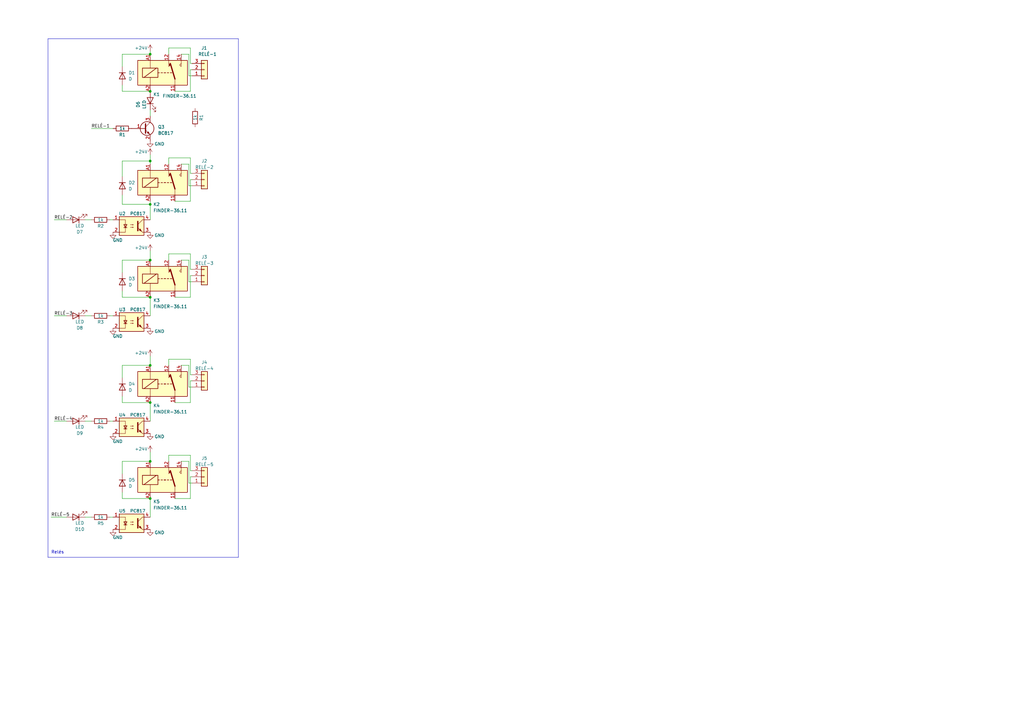
<source format=kicad_sch>
(kicad_sch (version 20230121) (generator eeschema)
  (paper "A3")
  (lib_symbols
    (symbol "Connector_Generic:Conn_01x03" (pin_names (offset 1.016) hide)
      (property "Reference" "J" (at 0 5.08 0))
      (property "Value" "Conn_01x03" (at 0 -5.08 0))
      (symbol "Conn_01x03_1_1"
        (rectangle (start -1.27 -2.413) (end 0 -2.667) (stroke (width 0.1524)))
        (rectangle (start -1.27 0.127) (end 0 -0.127) (stroke (width 0.1524)))
        (rectangle (start -1.27 2.667) (end 0 2.413) (stroke (width 0.1524)))
        (rectangle (start -1.27 3.81) (end 1.27 -3.81) (stroke (width 0.254)) (fill (type background)))
        (pin passive line (at -5.08 2.54 0) (length 3.81) (name "Pin_1") (number "1"))
        (pin passive line (at -5.08 0 0) (length 3.81) (name "Pin_2") (number "2"))
        (pin passive line (at -5.08 -2.54 0) (length 3.81) (name "Pin_3") (number "3"))
      )
    )
    (symbol "Device:D" (pin_numbers hide) (pin_names (offset 1.016) hide)
      (property "Reference" "D" (at 0 2.54 0))
      (property "Value" "D" (at 0 -2.54 0))
      (symbol "D_0_1"
        (polyline (pts (xy -1.27 1.27) (xy -1.27 -1.27)) (stroke (width 0.254)))
        (polyline (pts (xy 1.27 0) (xy -1.27 0)))
        (polyline (pts (xy 1.27 1.27) (xy 1.27 -1.27) (xy -1.27 0) (xy 1.27 1.27)) (stroke (width 0.254)))
      )
      (symbol "D_1_1"
        (pin passive line (at -3.81 0 0) (length 2.54) (name "K") (number "1"))
        (pin passive line (at 3.81 0 180) (length 2.54) (name "A") (number "2"))
      )
    )
    (symbol "Device:LED" (pin_numbers hide) (pin_names (offset 1.016) hide)
      (property "Reference" "D" (at 0 2.54 0))
      (property "Value" "LED" (at 0 -2.54 0))
      (symbol "LED_0_1"
        (polyline (pts (xy -1.27 -1.27) (xy -1.27 1.27)) (stroke (width 0.254)))
        (polyline (pts (xy -1.27 0) (xy 1.27 0)))
        (polyline (pts (xy 1.27 -1.27) (xy 1.27 1.27) (xy -1.27 0) (xy 1.27 -1.27)) (stroke (width 0.254)))
        (polyline (pts (xy -3.048 -0.762) (xy -4.572 -2.286) (xy -3.81 -2.286) (xy -4.572 -2.286) (xy -4.572 -1.524)))
        (polyline (pts (xy -1.778 -0.762) (xy -3.302 -2.286) (xy -2.54 -2.286) (xy -3.302 -2.286) (xy -3.302 -1.524)))
      )
      (symbol "LED_1_1"
        (pin passive line (at -3.81 0 0) (length 2.54) (name "K") (number "1"))
        (pin passive line (at 3.81 0 180) (length 2.54) (name "A") (number "2"))
      )
    )
    (symbol "Device:R" (pin_numbers hide) (pin_names (offset 0))
      (property "Reference" "R" (at 2.032 0 90))
      (property "Value" "R" (at 0 0 90))
      (symbol "R_0_1"
        (rectangle (start -1.016 -2.54) (end 1.016 2.54) (stroke (width 0.254)))
      )
      (symbol "R_1_1"
        (pin passive line (at 0 3.81 270) (length 1.27) (name "~") (number "1"))
        (pin passive line (at 0 -3.81 90) (length 1.27) (name "~") (number "2"))
      )
    )
    (symbol "Industronic_v_0.1-rescue:GND-power" (power) (pin_names (offset 0))
      (property "Value" "GND-power" (at 0 -3.81 0))
      (symbol "GND-power_0_1"
        (polyline (pts (xy 0 0) (xy 0 -1.27) (xy 1.27 -1.27) (xy 0 -2.54) (xy -1.27 -1.27) (xy 0 -1.27)))
      )
      (symbol "GND-power_1_1"
        (pin power_in line (at 0 0 270) (length 0) hide (name "GND") (number "1"))
      )
    )
    (symbol "Isolator:PC817" (pin_names (offset 1.016))
      (property "Reference" "U" (at -5.08 5.08 0))
      (property "Value" "PC817" (at 0 5.08 0))
      (symbol "PC817_0_1"
        (rectangle (start -5.08 3.81) (end 5.08 -3.81) (stroke (width 0.254)) (fill (type background)))
        (polyline (pts (xy -3.175 -0.635) (xy -1.905 -0.635)) (stroke (width 0.254)))
        (polyline (pts (xy 2.54 0.635) (xy 4.445 2.54)))
        (polyline (pts (xy 4.445 -2.54) (xy 2.54 -0.635)) (fill (type outline)))
        (polyline (pts (xy 4.445 -2.54) (xy 5.08 -2.54)))
        (polyline (pts (xy 4.445 2.54) (xy 5.08 2.54)))
        (polyline (pts (xy -5.08 2.54) (xy -2.54 2.54) (xy -2.54 -0.635)))
        (polyline (pts (xy -2.54 -0.635) (xy -2.54 -2.54) (xy -5.08 -2.54)))
        (polyline (pts (xy 2.54 1.905) (xy 2.54 -1.905) (xy 2.54 -1.905)) (stroke (width 0.508)))
        (polyline (pts (xy -2.54 -0.635) (xy -3.175 0.635) (xy -1.905 0.635) (xy -2.54 -0.635)) (stroke (width 0.254)))
        (polyline (pts (xy -0.508 -0.508) (xy 0.762 -0.508) (xy 0.381 -0.635) (xy 0.381 -0.381) (xy 0.762 -0.508)))
        (polyline (pts (xy -0.508 0.508) (xy 0.762 0.508) (xy 0.381 0.381) (xy 0.381 0.635) (xy 0.762 0.508)))
        (polyline (pts (xy 3.048 -1.651) (xy 3.556 -1.143) (xy 4.064 -2.159) (xy 3.048 -1.651) (xy 3.048 -1.651)) (fill (type outline)))
      )
      (symbol "PC817_1_1"
        (pin passive line (at -7.62 2.54 0) (length 2.54) (name "~") (number "1"))
        (pin passive line (at -7.62 -2.54 0) (length 2.54) (name "~") (number "2"))
        (pin passive line (at 7.62 -2.54 180) (length 2.54) (name "~") (number "3"))
        (pin passive line (at 7.62 2.54 180) (length 2.54) (name "~") (number "4"))
      )
    )
    (symbol "Relay:FINDER-36.11"
      (property "Reference" "K" (at 11.43 3.81 0))
      (property "Value" "FINDER-36.11" (at 11.43 1.27 0))
      (symbol "FINDER-36.11_0_0"
        (polyline (pts (xy 2.54 3.81) (xy 2.54 5.08)))
        (polyline (pts (xy 7.62 3.81) (xy 7.62 5.08)))
        (polyline (pts (xy 7.62 3.81) (xy 7.62 2.54) (xy 6.985 3.175) (xy 7.62 3.81)))
      )
      (symbol "FINDER-36.11_0_1"
        (rectangle (start -10.16 5.08) (end 10.16 -5.08) (stroke (width 0.254)) (fill (type background)))
        (rectangle (start -8.255 1.905) (end -1.905 -1.905) (stroke (width 0.254)))
        (polyline (pts (xy -7.62 -1.905) (xy -2.54 1.905)) (stroke (width 0.254)))
        (polyline (pts (xy -5.08 -5.08) (xy -5.08 -1.905)))
        (polyline (pts (xy -5.08 5.08) (xy -5.08 1.905)))
        (polyline (pts (xy -1.905 0) (xy -1.27 0)) (stroke (width 0.254)))
        (polyline (pts (xy -0.635 0) (xy 0 0)) (stroke (width 0.254)))
        (polyline (pts (xy 0.635 0) (xy 1.27 0)) (stroke (width 0.254)))
        (polyline (pts (xy 0.635 0) (xy 1.27 0)) (stroke (width 0.254)))
        (polyline (pts (xy 1.905 0) (xy 2.54 0)) (stroke (width 0.254)))
        (polyline (pts (xy 3.175 0) (xy 3.81 0)) (stroke (width 0.254)))
        (polyline (pts (xy 5.08 -2.54) (xy 3.175 3.81)) (stroke (width 0.508)))
        (polyline (pts (xy 5.08 -2.54) (xy 5.08 -5.08)))
        (polyline (pts (xy 2.54 2.54) (xy 3.175 3.175) (xy 2.54 3.81)) (fill (type outline)))
      )
      (symbol "FINDER-36.11_1_1"
        (pin passive line (at 5.08 -7.62 90) (length 2.54) (name "~") (number "11"))
        (pin passive line (at 2.54 7.62 270) (length 2.54) (name "~") (number "12"))
        (pin passive line (at 7.62 7.62 270) (length 2.54) (name "~") (number "14"))
        (pin passive line (at -5.08 7.62 270) (length 2.54) (name "~") (number "A1"))
        (pin passive line (at -5.08 -7.62 90) (length 2.54) (name "~") (number "A2"))
      )
    )
    (symbol "Transistor_BJT:BC817" (pin_names (offset 0) hide)
      (property "Reference" "Q" (at 5.08 1.905 0))
      (property "Value" "BC817" (at 5.08 0 0))
      (symbol "BC817_0_1"
        (polyline (pts (xy 0.635 0.635) (xy 2.54 2.54)))
        (polyline (pts (xy 0.635 -0.635) (xy 2.54 -2.54) (xy 2.54 -2.54)))
        (polyline (pts (xy 0.635 1.905) (xy 0.635 -1.905) (xy 0.635 -1.905)) (stroke (width 0.508)))
        (polyline (pts (xy 1.27 -1.778) (xy 1.778 -1.27) (xy 2.286 -2.286) (xy 1.27 -1.778) (xy 1.27 -1.778)) (fill (type outline)))
        (circle (center 1.27 0) (radius 2.8194) (stroke (width 0.254)))
      )
      (symbol "BC817_1_1"
        (pin input line (at -5.08 0 0) (length 5.715) (name "B") (number "1"))
        (pin passive line (at 2.54 -5.08 90) (length 2.54) (name "E") (number "2"))
        (pin passive line (at 2.54 5.08 270) (length 2.54) (name "C") (number "3"))
      )
    )
    (symbol "power:+24V" (power) (pin_names (offset 0))
      (property "Value" "+24V" (at 0 3.556 0))
      (symbol "+24V_0_1"
        (polyline (pts (xy -0.762 1.27) (xy 0 2.54)))
        (polyline (pts (xy 0 0) (xy 0 2.54)))
        (polyline (pts (xy 0 2.54) (xy 0.762 1.27)))
      )
      (symbol "+24V_1_1"
        (pin power_in line (at 0 0 90) (length 0) hide (name "+24V") (number "1"))
      )
    )
    (symbol "power:GND" (power) (pin_names (offset 0))
      (property "Value" "GND" (at 0 -3.81 0))
      (symbol "GND_0_1"
        (polyline (pts (xy 0 0) (xy 0 -1.27) (xy 1.27 -1.27) (xy 0 -2.54) (xy -1.27 -1.27) (xy 0 -1.27)))
      )
      (symbol "GND_1_1"
        (pin power_in line (at 0 0 270) (length 0) hide (name "GND") (number "1"))
      )
    )
  )
  (junction (at 61.595 149.86))
  (junction (at 61.595 22.225))
  (junction (at 61.595 189.23))
  (junction (at 61.595 37.465))
  (junction (at 61.595 165.1))
  (junction (at 61.595 204.47))
  (junction (at 61.595 121.92))
  (junction (at 61.595 83.82))
  (junction (at 61.595 66.04))
  (junction (at 61.595 106.68))
  (wire (pts (xy 50.165 204.47) (xy 61.595 204.47)))
  (wire (pts (xy 77.47 149.86) (xy 77.47 158.75)))
  (wire (pts (xy 22.225 129.54) (xy 27.305 129.54)))
  (wire (pts (xy 69.215 19.685) (xy 78.105 19.685)))
  (wire (pts (xy 45.085 129.54) (xy 46.355 129.54)))
  (wire (pts (xy 61.595 185.42) (xy 61.595 189.23)))
  (wire (pts (xy 77.47 22.225) (xy 77.47 31.115)))
  (wire (pts (xy 78.105 82.55) (xy 78.105 73.66)))
  (wire (pts (xy 78.105 26.035) (xy 78.74 26.035)))
  (wire (pts (xy 78.105 110.49) (xy 78.74 110.49)))
  (wire (pts (xy 78.105 19.685) (xy 78.105 26.035)))
  (wire (pts (xy 50.165 72.39) (xy 50.165 66.04)))
  (wire (pts (xy 45.085 172.72) (xy 46.355 172.72)))
  (wire (pts (xy 50.165 27.305) (xy 50.165 22.225)))
  (wire (pts (xy 61.595 20.955) (xy 61.595 22.225)))
  (wire (pts (xy 69.215 104.14) (xy 78.105 104.14)))
  (wire (pts (xy 37.465 90.17) (xy 34.925 90.17)))
  (polyline (pts (xy 97.79 15.875) (xy 97.79 228.6)))
  (wire (pts (xy 69.215 189.23) (xy 69.215 186.69)))
  (wire (pts (xy 78.105 195.58) (xy 78.74 195.58)))
  (wire (pts (xy 71.755 82.55) (xy 78.105 82.55)))
  (wire (pts (xy 37.465 172.72) (xy 34.925 172.72)))
  (wire (pts (xy 78.105 156.21) (xy 78.74 156.21)))
  (wire (pts (xy 77.47 115.57) (xy 78.74 115.57)))
  (wire (pts (xy 50.165 37.465) (xy 61.595 37.465)))
  (wire (pts (xy 69.215 186.69) (xy 78.105 186.69)))
  (wire (pts (xy 78.105 71.12) (xy 78.74 71.12)))
  (wire (pts (xy 78.105 186.69) (xy 78.105 193.04)))
  (wire (pts (xy 69.215 64.77) (xy 78.105 64.77)))
  (wire (pts (xy 71.755 204.47) (xy 78.105 204.47)))
  (wire (pts (xy 61.595 63.5) (xy 61.595 66.04)))
  (wire (pts (xy 50.165 119.38) (xy 50.165 121.92)))
  (wire (pts (xy 22.225 90.17) (xy 27.305 90.17)))
  (wire (pts (xy 61.595 66.04) (xy 61.595 67.31)))
  (wire (pts (xy 50.165 22.225) (xy 61.595 22.225)))
  (wire (pts (xy 50.165 165.1) (xy 61.595 165.1)))
  (wire (pts (xy 77.47 106.68) (xy 77.47 115.57)))
  (wire (pts (xy 61.595 83.82) (xy 61.595 90.17)))
  (wire (pts (xy 77.47 198.12) (xy 78.74 198.12)))
  (wire (pts (xy 77.47 158.75) (xy 78.74 158.75)))
  (wire (pts (xy 37.465 129.54) (xy 34.925 129.54)))
  (wire (pts (xy 50.165 111.76) (xy 50.165 106.68)))
  (wire (pts (xy 69.215 147.32) (xy 78.105 147.32)))
  (polyline (pts (xy 97.79 228.6) (xy 19.685 228.6)))
  (wire (pts (xy 61.595 146.05) (xy 61.595 149.86)))
  (wire (pts (xy 74.295 67.31) (xy 77.47 67.31)))
  (wire (pts (xy 50.165 154.94) (xy 50.165 149.86)))
  (wire (pts (xy 50.165 80.01) (xy 50.165 83.82)))
  (wire (pts (xy 22.225 172.72) (xy 27.305 172.72)))
  (wire (pts (xy 37.465 212.09) (xy 34.925 212.09)))
  (polyline (pts (xy 19.685 228.6) (xy 19.685 15.875)))
  (wire (pts (xy 61.595 121.92) (xy 61.595 129.54)))
  (wire (pts (xy 50.165 162.56) (xy 50.165 165.1)))
  (wire (pts (xy 61.595 83.82) (xy 61.595 82.55)))
  (wire (pts (xy 78.105 73.66) (xy 78.74 73.66)))
  (wire (pts (xy 50.165 201.93) (xy 50.165 204.47)))
  (wire (pts (xy 37.465 52.705) (xy 46.355 52.705)))
  (wire (pts (xy 78.105 153.67) (xy 78.74 153.67)))
  (wire (pts (xy 50.165 149.86) (xy 61.595 149.86)))
  (wire (pts (xy 78.105 28.575) (xy 78.74 28.575)))
  (wire (pts (xy 78.105 64.77) (xy 78.105 71.12)))
  (wire (pts (xy 78.105 121.92) (xy 78.105 113.03)))
  (wire (pts (xy 50.165 66.04) (xy 61.595 66.04)))
  (wire (pts (xy 50.165 34.925) (xy 50.165 37.465)))
  (wire (pts (xy 78.105 104.14) (xy 78.105 110.49)))
  (wire (pts (xy 74.295 149.86) (xy 77.47 149.86)))
  (wire (pts (xy 77.47 67.31) (xy 77.47 76.2)))
  (wire (pts (xy 74.295 22.225) (xy 77.47 22.225)))
  (wire (pts (xy 61.595 204.47) (xy 61.595 212.09)))
  (wire (pts (xy 50.165 189.23) (xy 61.595 189.23)))
  (wire (pts (xy 50.165 106.68) (xy 61.595 106.68)))
  (wire (pts (xy 45.085 90.17) (xy 46.355 90.17)))
  (wire (pts (xy 50.165 83.82) (xy 61.595 83.82)))
  (wire (pts (xy 71.755 121.92) (xy 78.105 121.92)))
  (wire (pts (xy 74.295 106.68) (xy 77.47 106.68)))
  (wire (pts (xy 20.955 212.09) (xy 27.305 212.09)))
  (wire (pts (xy 69.215 106.68) (xy 69.215 104.14)))
  (wire (pts (xy 78.105 37.465) (xy 78.105 28.575)))
  (polyline (pts (xy 19.685 15.875) (xy 97.79 15.875)))
  (wire (pts (xy 78.105 204.47) (xy 78.105 195.58)))
  (wire (pts (xy 78.105 193.04) (xy 78.74 193.04)))
  (wire (pts (xy 61.595 102.87) (xy 61.595 106.68)))
  (wire (pts (xy 61.595 47.625) (xy 61.595 45.085)))
  (wire (pts (xy 69.215 67.31) (xy 69.215 64.77)))
  (wire (pts (xy 78.105 147.32) (xy 78.105 153.67)))
  (wire (pts (xy 78.105 165.1) (xy 78.105 156.21)))
  (wire (pts (xy 74.295 189.23) (xy 77.47 189.23)))
  (wire (pts (xy 77.47 189.23) (xy 77.47 198.12)))
  (wire (pts (xy 69.215 149.86) (xy 69.215 147.32)))
  (wire (pts (xy 77.47 76.2) (xy 78.74 76.2)))
  (wire (pts (xy 61.595 165.1) (xy 61.595 172.72)))
  (wire (pts (xy 71.755 165.1) (xy 78.105 165.1)))
  (wire (pts (xy 50.165 194.31) (xy 50.165 189.23)))
  (wire (pts (xy 69.215 22.225) (xy 69.215 19.685)))
  (wire (pts (xy 71.755 37.465) (xy 78.105 37.465)))
  (wire (pts (xy 78.105 113.03) (xy 78.74 113.03)))
  (wire (pts (xy 77.47 31.115) (xy 78.74 31.115)))
  (wire (pts (xy 50.165 121.92) (xy 61.595 121.92)))
  (wire (pts (xy 45.085 212.09) (xy 46.355 212.09)))
  (text "Relés" (at 20.955 227.33 0) (effects (font (size 1.27 1.27)) (justify left bottom)))
  (label "RELÉ-2" (at 22.225 90.17 0))
  (label "RELÉ-1" (at 37.465 52.705 0))
  (label "RELÉ-4" (at 22.225 172.72 0))
  (label "RELÉ-3" (at 22.225 129.54 0))
  (label "RELÉ-5" (at 20.955 212.09 0))
  (symbol (lib_id "Device:D") (at 50.165 31.115 270) (unit 1)
    (property "Reference" "D1" (at 52.705 29.8449 90) (effects (justify left)))
    (property "Value" "D" (at 52.705 32.3849 90) (effects (justify left)))
    (property "Footprint" "Diode_THT:D_A-405_P2.54mm_Vertical_KathodeUp" (effects hide))
    (instances (project "Controle_receptor" (path "" (reference "D1") (unit 1))) (project "Controlador-Compressor" (path "" (reference "D6") (unit 1)) (path "" (reference "D23") (unit 1)) (path "" (reference "D5") (unit 1))))
  )
  (symbol (lib_id "Connector_Generic:Conn_01x03") (at 83.82 28.575 0) (mirror x) (unit 1)
    (property "Reference" "J1" (at 82.55 19.685 0) (effects (justify left)))
    (property "Value" "RELÉ-1" (at 81.28 22.225 0) (effects (justify left)))
    (property "Footprint" "Connector_Phoenix_MSTB:PhoenixContact_MSTBA_2,5_3-G-5,08_1x03_P5.08mm_Horizontal" (effects hide))
    (instances (project "Controle_receptor" (path "" (reference "J1") (unit 1))) (project "Controlador-Compressor" (path "" (reference "J1") (unit 1)) (path "" (reference "J11") (unit 1)) (path "" (reference "J1") (unit 1))))
  )
  (symbol (lib_id "power:GND") (at 46.355 177.8 0) (mirror y) (unit 1)
    (property "Reference" "#PWR0125" (effects hide))
    (property "Value" "GND" (at 46.228 181.0512 0) (effects (justify right)))
    (instances (project "Controle_receptor" (path "" (reference "#PWR0125") (unit 1))) (project "Controlador-Compressor" (path "" (reference "#PWR04") (unit 1)) (path "" (reference "#PWR084") (unit 1)) (path "" (reference "#PWR03") (unit 1))))
  )
  (symbol (lib_id "Relay:FINDER-36.11") (at 66.675 29.845 0) (unit 1)
    (property "Reference" "K1" (at 62.865 38.735 0) (effects (justify left)))
    (property "Value" "FINDER-36.11" (at 66.675 39.37 0) (effects (justify left)))
    (property "Footprint" "Relay_THT:Relay_SPDT_Finder_36.11" (effects hide))
    (property "Datasheet" "https://gfinder.findernet.com/public/attachments/36/EN/S36EN.pdf" (effects hide))
    (instances (project "Controle_receptor" (path "" (reference "K1") (unit 1))) (project "Controlador-Compressor" (path "" (reference "K1") (unit 1)) (path "" (reference "K6") (unit 1)) (path "" (reference "K1") (unit 1))))
  )
  (symbol (lib_id "Device:D") (at 50.165 198.12 270) (unit 1)
    (property "Reference" "D5" (at 52.705 196.8499 90) (effects (justify left)))
    (property "Value" "D" (at 52.705 199.3899 90) (effects (justify left)))
    (property "Footprint" "Diode_THT:D_A-405_P2.54mm_Vertical_KathodeUp" (effects hide))
    (instances (project "Controle_receptor" (path "" (reference "D5") (unit 1))) (project "Controlador-Compressor" (path "" (reference "D10") (unit 1)) (path "" (reference "D27") (unit 1)) (path "" (reference "D9") (unit 1))))
  )
  (symbol (lib_id "Device:LED") (at 61.595 41.275 90) (unit 1)
    (property "Reference" "D6" (at 56.6252 42.8625 0))
    (property "Value" "LED" (at 59.1621 42.8625 0))
    (property "Footprint" "LED_SMD:LED_0805_2012Metric_Pad1.15x1.40mm_HandSolder" (effects hide))
    (instances (project "Controle_receptor" (path "" (reference "D6") (unit 1))) (project "Controlador-Compressor" (path "" (reference "D1") (unit 1)) (path "" (reference "D28") (unit 1)) (path "" (reference "D10") (unit 1))))
  )
  (symbol (lib_id "Industronic_v_0.1-rescue:GND-power") (at 61.595 134.62 0) (unit 1)
    (property "Reference" "#PWR0120" (effects hide))
    (property "Value" "GND" (at 65.405 135.89 0))
    (instances (project "Controle_receptor" (path "" (reference "#PWR0120") (unit 1))) (project "Controlador-Compressor" (path "" (reference "#PWR011") (unit 1)) (path "" (reference "#PWR091") (unit 1)) (path "" (reference "#PWR010") (unit 1))))
  )
  (symbol (lib_id "Device:LED") (at 31.115 90.17 180) (unit 1)
    (property "Reference" "D7" (at 32.7025 95.1398 0))
    (property "Value" "LED" (at 32.7025 92.6029 0))
    (property "Footprint" "LED_SMD:LED_0805_2012Metric_Pad1.15x1.40mm_HandSolder" (effects hide))
    (instances (project "Controle_receptor" (path "" (reference "D7") (unit 1))) (project "Controlador-Compressor" (path "" (reference "D2") (unit 1)) (path "" (reference "D19") (unit 1)) (path "" (reference "D1") (unit 1))))
  )
  (symbol (lib_id "Device:LED") (at 31.115 129.54 180) (unit 1)
    (property "Reference" "D8" (at 32.7025 134.5098 0))
    (property "Value" "LED" (at 32.7025 131.9729 0))
    (property "Footprint" "LED_SMD:LED_0805_2012Metric_Pad1.15x1.40mm_HandSolder" (effects hide))
    (instances (project "Controle_receptor" (path "" (reference "D8") (unit 1))) (project "Controlador-Compressor" (path "" (reference "D3") (unit 1)) (path "" (reference "D20") (unit 1)) (path "" (reference "D2") (unit 1))))
  )
  (symbol (lib_id "Device:D") (at 50.165 158.75 270) (unit 1)
    (property "Reference" "D4" (at 52.705 157.4799 90) (effects (justify left)))
    (property "Value" "D" (at 52.705 160.0199 90) (effects (justify left)))
    (property "Footprint" "Diode_THT:D_A-405_P2.54mm_Vertical_KathodeUp" (effects hide))
    (instances (project "Controle_receptor" (path "" (reference "D4") (unit 1))) (project "Controlador-Compressor" (path "" (reference "D9") (unit 1)) (path "" (reference "D26") (unit 1)) (path "" (reference "D8") (unit 1))))
  )
  (symbol (lib_id "Relay:FINDER-36.11") (at 66.675 74.93 0) (unit 1)
    (property "Reference" "K2" (at 62.865 83.82 0) (effects (justify left)))
    (property "Value" "FINDER-36.11" (at 62.865 86.36 0) (effects (justify left)))
    (property "Footprint" "Relay_THT:Relay_SPDT_Finder_36.11" (effects hide))
    (property "Datasheet" "https://gfinder.findernet.com/public/attachments/36/EN/S36EN.pdf" (effects hide))
    (instances (project "Controle_receptor" (path "" (reference "K2") (unit 1))) (project "Controlador-Compressor" (path "" (reference "K2") (unit 1)) (path "" (reference "K7") (unit 1)) (path "" (reference "K2") (unit 1))))
  )
  (symbol (lib_id "Device:R") (at 80.01 48.26 180) (unit 1)
    (property "Reference" "R1" (at 82.55 48.26 90))
    (property "Value" "1k" (at 80.01 48.26 90))
    (property "Footprint" "Resistor_SMD:R_0603_1608Metric_Pad0.98x0.95mm_HandSolder" (effects hide))
    (instances (project "Controle_receptor" (path "" (reference "R1") (unit 1))) (project "Controlador-Compressor" (path "" (reference "R35") (unit 1)) (path "" (reference "R41") (unit 1)) (path "" (reference "R35") (unit 1))))
  )
  (symbol (lib_id "Relay:FINDER-36.11") (at 66.675 157.48 0) (unit 1)
    (property "Reference" "K4" (at 62.865 166.37 0) (effects (justify left)))
    (property "Value" "FINDER-36.11" (at 62.865 168.91 0) (effects (justify left)))
    (property "Footprint" "Relay_THT:Relay_SPDT_Finder_36.11" (effects hide))
    (property "Datasheet" "https://gfinder.findernet.com/public/attachments/36/EN/S36EN.pdf" (effects hide))
    (instances (project "Controle_receptor" (path "" (reference "K4") (unit 1))) (project "Controlador-Compressor" (path "" (reference "K4") (unit 1)) (path "" (reference "K9") (unit 1)) (path "" (reference "K4") (unit 1))))
  )
  (symbol (lib_id "power:+24V") (at 61.595 102.87 0) (unit 1)
    (property "Reference" "#PWR0133" (effects hide))
    (property "Value" "+24V" (at 55.245 101.6 0) (effects (justify left)))
    (instances (project "Controle_receptor" (path "" (reference "#PWR0133") (unit 1))) (project "Controlador-Compressor" (path "" (reference "#PWR010") (unit 1)) (path "" (reference "#PWR090") (unit 1)) (path "" (reference "#PWR09") (unit 1))))
  )
  (symbol (lib_id "Device:D") (at 50.165 76.2 270) (unit 1)
    (property "Reference" "D2" (at 52.705 74.9299 90) (effects (justify left)))
    (property "Value" "D" (at 52.705 77.4699 90) (effects (justify left)))
    (property "Footprint" "Diode_THT:D_A-405_P2.54mm_Vertical_KathodeUp" (effects hide))
    (instances (project "Controle_receptor" (path "" (reference "D2") (unit 1))) (project "Controlador-Compressor" (path "" (reference "D7") (unit 1)) (path "" (reference "D24") (unit 1)) (path "" (reference "D6") (unit 1))))
  )
  (symbol (lib_id "power:+24V") (at 61.595 185.42 0) (unit 1)
    (property "Reference" "#PWR0124" (effects hide))
    (property "Value" "+24V" (at 55.245 184.15 0) (effects (justify left)))
    (instances (project "Controle_receptor" (path "" (reference "#PWR0124") (unit 1))) (project "Controlador-Compressor" (path "" (reference "#PWR014") (unit 1)) (path "" (reference "#PWR094") (unit 1)) (path "" (reference "#PWR013") (unit 1))))
  )
  (symbol (lib_id "Industronic_v_0.1-rescue:GND-power") (at 61.595 57.785 0) (unit 1)
    (property "Reference" "#PWR0127" (effects hide))
    (property "Value" "GND" (at 65.405 59.055 0))
    (instances (project "Controle_receptor" (path "" (reference "#PWR0127") (unit 1))) (project "Controlador-Compressor" (path "" (reference "#PWR07") (unit 1)) (path "" (reference "#PWR087") (unit 1)) (path "" (reference "#PWR06") (unit 1))))
  )
  (symbol (lib_id "Industronic_v_0.1-rescue:GND-power") (at 61.595 217.17 0) (unit 1)
    (property "Reference" "#PWR0126" (effects hide))
    (property "Value" "GND" (at 65.405 218.44 0))
    (instances (project "Controle_receptor" (path "" (reference "#PWR0126") (unit 1))) (project "Controlador-Compressor" (path "" (reference "#PWR015") (unit 1)) (path "" (reference "#PWR095") (unit 1)) (path "" (reference "#PWR014") (unit 1))))
  )
  (symbol (lib_id "power:GND") (at 46.355 95.25 0) (mirror y) (unit 1)
    (property "Reference" "#PWR0131" (effects hide))
    (property "Value" "GND" (at 46.228 98.5012 0) (effects (justify right)))
    (instances (project "Controle_receptor" (path "" (reference "#PWR0131") (unit 1))) (project "Controlador-Compressor" (path "" (reference "#PWR02") (unit 1)) (path "" (reference "#PWR015") (unit 1)) (path "" (reference "#PWR01") (unit 1))))
  )
  (symbol (lib_id "Device:LED") (at 31.115 212.09 180) (unit 1)
    (property "Reference" "D10" (at 32.7025 217.0598 0))
    (property "Value" "LED" (at 32.7025 214.5229 0))
    (property "Footprint" "LED_SMD:LED_0805_2012Metric_Pad1.15x1.40mm_HandSolder" (effects hide))
    (instances (project "Controle_receptor" (path "" (reference "D10") (unit 1))) (project "Controlador-Compressor" (path "" (reference "D5") (unit 1)) (path "" (reference "D22") (unit 1)) (path "" (reference "D4") (unit 1))))
  )
  (symbol (lib_id "Connector_Generic:Conn_01x03") (at 83.82 156.21 0) (mirror x) (unit 1)
    (property "Reference" "J4" (at 83.82 148.59 0))
    (property "Value" "RELÉ-4" (at 83.82 151.13 0))
    (property "Footprint" "Connector_Phoenix_MSTB:PhoenixContact_MSTBA_2,5_3-G-5,08_1x03_P5.08mm_Horizontal" (effects hide))
    (instances (project "Controle_receptor" (path "" (reference "J4") (unit 1))) (project "Controlador-Compressor" (path "" (reference "J4") (unit 1)) (path "" (reference "J14") (unit 1)) (path "" (reference "J4") (unit 1))))
  )
  (symbol (lib_id "power:GND") (at 46.355 217.17 0) (mirror y) (unit 1)
    (property "Reference" "#PWR0122" (effects hide))
    (property "Value" "GND" (at 46.228 220.4212 0) (effects (justify right)))
    (instances (project "Controle_receptor" (path "" (reference "#PWR0122") (unit 1))) (project "Controlador-Compressor" (path "" (reference "#PWR05") (unit 1)) (path "" (reference "#PWR085") (unit 1)) (path "" (reference "#PWR04") (unit 1))))
  )
  (symbol (lib_id "Device:R") (at 41.275 129.54 90) (unit 1)
    (property "Reference" "R3" (at 41.275 132.08 90))
    (property "Value" "1k" (at 41.275 129.54 90))
    (property "Footprint" "Resistor_SMD:R_0603_1608Metric_Pad0.98x0.95mm_HandSolder" (effects hide))
    (instances (project "Controle_receptor" (path "" (reference "R3") (unit 1))) (project "Controlador-Compressor" (path "" (reference "R3") (unit 1)) (path "" (reference "R37") (unit 1)) (path "" (reference "R2") (unit 1))))
  )
  (symbol (lib_id "Relay:FINDER-36.11") (at 66.675 196.85 0) (unit 1)
    (property "Reference" "K5" (at 62.865 205.74 0) (effects (justify left)))
    (property "Value" "FINDER-36.11" (at 62.865 208.28 0) (effects (justify left)))
    (property "Footprint" "Relay_THT:Relay_SPDT_Finder_36.11" (effects hide))
    (property "Datasheet" "https://gfinder.findernet.com/public/attachments/36/EN/S36EN.pdf" (effects hide))
    (instances (project "Controle_receptor" (path "" (reference "K5") (unit 1))) (project "Controlador-Compressor" (path "" (reference "K5") (unit 1)) (path "" (reference "K10") (unit 1)) (path "" (reference "K5") (unit 1))))
  )
  (symbol (lib_id "Device:R") (at 41.275 172.72 90) (unit 1)
    (property "Reference" "R4" (at 41.275 175.26 90))
    (property "Value" "1k" (at 41.275 172.72 90))
    (property "Footprint" "Resistor_SMD:R_0603_1608Metric_Pad0.98x0.95mm_HandSolder" (effects hide))
    (instances (project "Controle_receptor" (path "" (reference "R4") (unit 1))) (project "Controlador-Compressor" (path "" (reference "R4") (unit 1)) (path "" (reference "R38") (unit 1)) (path "" (reference "R3") (unit 1))))
  )
  (symbol (lib_id "Isolator:PC817") (at 53.975 214.63 0) (unit 1)
    (property "Reference" "U5" (at 50.165 209.55 0))
    (property "Value" "PC817" (at 56.515 209.55 0))
    (property "Footprint" "Package_DIP:DIP-4_W7.62mm" (effects hide))
    (property "Datasheet" "http://www.soselectronic.cz/a_info/resource/d/pc817.pdf" (effects hide))
    (instances (project "Controle_receptor" (path "" (reference "U5") (unit 1))) (project "Controlador-Compressor" (path "" (reference "U6") (unit 1)) (path "" (reference "U13") (unit 1)) (path "" (reference "U5") (unit 1))))
  )
  (symbol (lib_id "Device:R") (at 41.275 90.17 90) (unit 1)
    (property "Reference" "R2" (at 41.275 92.71 90))
    (property "Value" "1k" (at 41.275 90.17 90))
    (property "Footprint" "Resistor_SMD:R_0603_1608Metric_Pad0.98x0.95mm_HandSolder" (effects hide))
    (instances (project "Controle_receptor" (path "" (reference "R2") (unit 1))) (project "Controlador-Compressor" (path "" (reference "R2") (unit 1)) (path "" (reference "R36") (unit 1)) (path "" (reference "R1") (unit 1))))
  )
  (symbol (lib_id "Device:LED") (at 31.115 172.72 180) (unit 1)
    (property "Reference" "D9" (at 32.7025 177.6898 0))
    (property "Value" "LED" (at 32.7025 175.1529 0))
    (property "Footprint" "LED_SMD:LED_0805_2012Metric_Pad1.15x1.40mm_HandSolder" (effects hide))
    (instances (project "Controle_receptor" (path "" (reference "D9") (unit 1))) (project "Controlador-Compressor" (path "" (reference "D4") (unit 1)) (path "" (reference "D21") (unit 1)) (path "" (reference "D3") (unit 1))))
  )
  (symbol (lib_id "Industronic_v_0.1-rescue:GND-power") (at 61.595 177.8 0) (unit 1)
    (property "Reference" "#PWR0123" (effects hide))
    (property "Value" "GND" (at 65.405 179.07 0))
    (instances (project "Controle_receptor" (path "" (reference "#PWR0123") (unit 1))) (project "Controlador-Compressor" (path "" (reference "#PWR013") (unit 1)) (path "" (reference "#PWR093") (unit 1)) (path "" (reference "#PWR012") (unit 1))))
  )
  (symbol (lib_id "Connector_Generic:Conn_01x03") (at 83.82 73.66 0) (mirror x) (unit 1)
    (property "Reference" "J2" (at 83.82 66.04 0))
    (property "Value" "RELÉ-2" (at 83.82 68.58 0))
    (property "Footprint" "Connector_Phoenix_MSTB:PhoenixContact_MSTBA_2,5_3-G-5,08_1x03_P5.08mm_Horizontal" (effects hide))
    (instances (project "Controle_receptor" (path "" (reference "J2") (unit 1))) (project "Controlador-Compressor" (path "" (reference "J2") (unit 1)) (path "" (reference "J12") (unit 1)) (path "" (reference "J2") (unit 1))))
  )
  (symbol (lib_id "Device:R") (at 41.275 212.09 90) (unit 1)
    (property "Reference" "R5" (at 41.275 214.63 90))
    (property "Value" "1k" (at 41.275 212.09 90))
    (property "Footprint" "Resistor_SMD:R_0603_1608Metric_Pad0.98x0.95mm_HandSolder" (effects hide))
    (instances (project "Controle_receptor" (path "" (reference "R5") (unit 1))) (project "Controlador-Compressor" (path "" (reference "R5") (unit 1)) (path "" (reference "R39") (unit 1)) (path "" (reference "R4") (unit 1))))
  )
  (symbol (lib_id "Isolator:PC817") (at 53.975 132.08 0) (unit 1)
    (property "Reference" "U3" (at 50.165 127 0))
    (property "Value" "PC817" (at 56.515 127 0))
    (property "Footprint" "Package_DIP:DIP-4_W7.62mm" (effects hide))
    (property "Datasheet" "http://www.soselectronic.cz/a_info/resource/d/pc817.pdf" (effects hide))
    (instances (project "Controle_receptor" (path "" (reference "U3") (unit 1))) (project "Controlador-Compressor" (path "" (reference "U4") (unit 1)) (path "" (reference "U11") (unit 1)) (path "" (reference "U3") (unit 1))))
  )
  (symbol (lib_id "power:+24V") (at 61.595 63.5 0) (unit 1)
    (property "Reference" "#PWR0128" (effects hide))
    (property "Value" "+24V" (at 55.245 62.23 0) (effects (justify left)))
    (instances (project "Controle_receptor" (path "" (reference "#PWR0128") (unit 1))) (project "Controlador-Compressor" (path "" (reference "#PWR08") (unit 1)) (path "" (reference "#PWR088") (unit 1)) (path "" (reference "#PWR07") (unit 1))))
  )
  (symbol (lib_id "Device:D") (at 50.165 115.57 270) (unit 1)
    (property "Reference" "D3" (at 52.705 114.2999 90) (effects (justify left)))
    (property "Value" "D" (at 52.705 116.8399 90) (effects (justify left)))
    (property "Footprint" "Diode_THT:D_A-405_P2.54mm_Vertical_KathodeUp" (effects hide))
    (instances (project "Controle_receptor" (path "" (reference "D3") (unit 1))) (project "Controlador-Compressor" (path "" (reference "D8") (unit 1)) (path "" (reference "D25") (unit 1)) (path "" (reference "D7") (unit 1))))
  )
  (symbol (lib_id "Isolator:PC817") (at 53.975 92.71 0) (unit 1)
    (property "Reference" "U2" (at 50.165 87.63 0))
    (property "Value" "PC817" (at 56.515 87.63 0))
    (property "Footprint" "Package_DIP:DIP-4_W7.62mm" (effects hide))
    (property "Datasheet" "http://www.soselectronic.cz/a_info/resource/d/pc817.pdf" (effects hide))
    (instances (project "Controle_receptor" (path "" (reference "U2") (unit 1))) (project "Controlador-Compressor" (path "" (reference "U3") (unit 1)) (path "" (reference "U6") (unit 1)) (path "" (reference "U2") (unit 1))))
  )
  (symbol (lib_id "Isolator:PC817") (at 53.975 175.26 0) (unit 1)
    (property "Reference" "U4" (at 50.165 170.18 0))
    (property "Value" "PC817" (at 56.515 170.18 0))
    (property "Footprint" "Package_DIP:DIP-4_W7.62mm" (effects hide))
    (property "Datasheet" "http://www.soselectronic.cz/a_info/resource/d/pc817.pdf" (effects hide))
    (instances (project "Controle_receptor" (path "" (reference "U4") (unit 1))) (project "Controlador-Compressor" (path "" (reference "U5") (unit 1)) (path "" (reference "U12") (unit 1)) (path "" (reference "U4") (unit 1))))
  )
  (symbol (lib_id "power:+24V") (at 61.595 20.955 0) (unit 1)
    (property "Reference" "#PWR0130" (effects hide))
    (property "Value" "+24V" (at 55.245 19.685 0) (effects (justify left)))
    (instances (project "Controle_receptor" (path "" (reference "#PWR0130") (unit 1))) (project "Controlador-Compressor" (path "" (reference "#PWR06") (unit 1)) (path "" (reference "#PWR086") (unit 1)) (path "" (reference "#PWR05") (unit 1))))
  )
  (symbol (lib_id "Connector_Generic:Conn_01x03") (at 83.82 113.03 0) (mirror x) (unit 1)
    (property "Reference" "J3" (at 83.82 105.41 0))
    (property "Value" "RELÉ-3" (at 83.82 107.95 0))
    (property "Footprint" "Connector_Phoenix_MSTB:PhoenixContact_MSTBA_2,5_3-G-5,08_1x03_P5.08mm_Horizontal" (effects hide))
    (instances (project "Controle_receptor" (path "" (reference "J3") (unit 1))) (project "Controlador-Compressor" (path "" (reference "J3") (unit 1)) (path "" (reference "J13") (unit 1)) (path "" (reference "J3") (unit 1))))
  )
  (symbol (lib_id "Device:R") (at 50.165 52.705 90) (unit 1)
    (property "Reference" "R1" (at 50.165 55.245 90))
    (property "Value" "1k" (at 50.165 52.705 90))
    (property "Footprint" "Resistor_SMD:R_0603_1608Metric_Pad0.98x0.95mm_HandSolder" (effects hide))
    (instances (project "Controle_receptor" (path "" (reference "R1") (unit 1))) (project "Controlador-Compressor" (path "" (reference "R1") (unit 1)) (path "" (reference "R40") (unit 1)) (path "" (reference "R5") (unit 1))))
  )
  (symbol (lib_id "Connector_Generic:Conn_01x03") (at 83.82 195.58 0) (mirror x) (unit 1)
    (property "Reference" "J5" (at 83.82 187.96 0))
    (property "Value" "RELÉ-5" (at 83.82 190.5 0))
    (property "Footprint" "Connector_Phoenix_MSTB:PhoenixContact_MSTBA_2,5_3-G-5,08_1x03_P5.08mm_Horizontal" (effects hide))
    (instances (project "Controle_receptor" (path "" (reference "J5") (unit 1))) (project "Controlador-Compressor" (path "" (reference "J5") (unit 1)) (path "" (reference "J15") (unit 1)) (path "" (reference "J5") (unit 1))))
  )
  (symbol (lib_id "Industronic_v_0.1-rescue:GND-power") (at 61.595 95.25 0) (unit 1)
    (property "Reference" "#PWR0132" (effects hide))
    (property "Value" "GND" (at 65.405 96.52 0))
    (instances (project "Controle_receptor" (path "" (reference "#PWR0132") (unit 1))) (project "Controlador-Compressor" (path "" (reference "#PWR09") (unit 1)) (path "" (reference "#PWR089") (unit 1)) (path "" (reference "#PWR08") (unit 1))))
  )
  (symbol (lib_id "Relay:FINDER-36.11") (at 66.675 114.3 0) (unit 1)
    (property "Reference" "K3" (at 62.865 123.19 0) (effects (justify left)))
    (property "Value" "FINDER-36.11" (at 62.865 125.73 0) (effects (justify left)))
    (property "Footprint" "Relay_THT:Relay_SPDT_Finder_36.11" (effects hide))
    (property "Datasheet" "https://gfinder.findernet.com/public/attachments/36/EN/S36EN.pdf" (effects hide))
    (instances (project "Controle_receptor" (path "" (reference "K3") (unit 1))) (project "Controlador-Compressor" (path "" (reference "K3") (unit 1)) (path "" (reference "K8") (unit 1)) (path "" (reference "K3") (unit 1))))
  )
  (symbol (lib_id "power:GND") (at 46.355 134.62 0) (mirror y) (unit 1)
    (property "Reference" "#PWR0121" (effects hide))
    (property "Value" "GND" (at 46.228 137.8712 0) (effects (justify right)))
    (instances (project "Controle_receptor" (path "" (reference "#PWR0121") (unit 1))) (project "Controlador-Compressor" (path "" (reference "#PWR03") (unit 1)) (path "" (reference "#PWR051") (unit 1)) (path "" (reference "#PWR02") (unit 1))))
  )
  (symbol (lib_id "Transistor_BJT:BC817") (at 59.055 52.705 0) (unit 1)
    (property "Reference" "Q3" (at 64.77 52.07 0) (effects (justify left)))
    (property "Value" "BC817" (at 64.77 54.61 0) (effects (justify left)))
    (property "Footprint" "Package_TO_SOT_SMD:SOT-23" (effects hide))
    (property "Datasheet" "https://www.onsemi.com/pub/Collateral/BC818-D.pdf" (effects hide))
    (instances (project "Controlador-Compressor" (path "" (reference "Q3") (unit 1)) (path "" (reference "Q4") (unit 1)) (path "" (reference "Q3") (unit 1))))
  )
  (symbol (lib_id "power:+24V") (at 61.595 146.05 0) (unit 1)
    (property "Reference" "#PWR0119" (effects hide))
    (property "Value" "+24V" (at 55.245 144.78 0) (effects (justify left)))
    (instances (project "Controle_receptor" (path "" (reference "#PWR0119") (unit 1))) (project "Controlador-Compressor" (path "" (reference "#PWR012") (unit 1)) (path "" (reference "#PWR092") (unit 1)) (path "" (reference "#PWR011") (unit 1))))
  )
)
</source>
